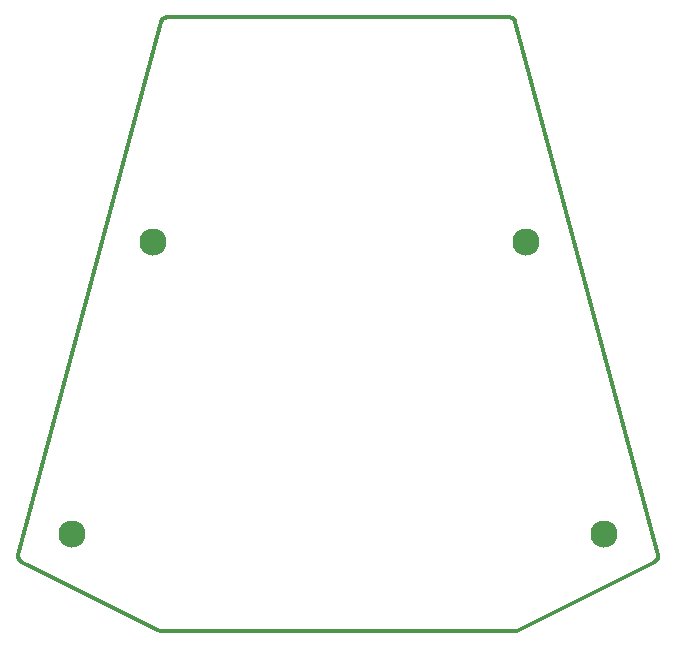
<source format=gbl>
%TF.GenerationSoftware,KiCad,Pcbnew,(6.0.6)*%
%TF.CreationDate,2022-07-30T19:54:54+09:00*%
%TF.ProjectId,pcb_promicro_plate,7063625f-7072-46f6-9d69-63726f5f706c,rev?*%
%TF.SameCoordinates,Original*%
%TF.FileFunction,Copper,L2,Bot*%
%TF.FilePolarity,Positive*%
%FSLAX46Y46*%
G04 Gerber Fmt 4.6, Leading zero omitted, Abs format (unit mm)*
G04 Created by KiCad (PCBNEW (6.0.6)) date 2022-07-30 19:54:54*
%MOMM*%
%LPD*%
G01*
G04 APERTURE LIST*
%TA.AperFunction,Profile*%
%ADD10C,0.349999*%
%TD*%
%TA.AperFunction,ComponentPad*%
%ADD11C,2.300000*%
%TD*%
%ADD12C,0.350000*%
G04 APERTURE END LIST*
D10*
X65430922Y-76536269D02*
X65400408Y-76565938D01*
X23979829Y-30558346D02*
X23979829Y-30558346D01*
X23502503Y-30909433D02*
X23509173Y-30889505D01*
X11391991Y-76106323D02*
X11396272Y-76084812D01*
X23588880Y-30746577D02*
X23601829Y-30731009D01*
X53455227Y-30929768D02*
X55550911Y-38804961D01*
X11400305Y-76317877D02*
X11395469Y-76297411D01*
X65567455Y-76192206D02*
X65565701Y-76234730D01*
X11412505Y-76358030D02*
X11405988Y-76338092D01*
X53209144Y-30618118D02*
X53243856Y-30638675D01*
X23816916Y-30585581D02*
X23836341Y-30579326D01*
X11401531Y-76063343D02*
X11401531Y-76063343D01*
X65555573Y-76084766D02*
X65559856Y-76106277D01*
X11384825Y-76213572D02*
X11384399Y-76192251D01*
X65400408Y-76565938D02*
X65367174Y-76593115D01*
X11388383Y-76255833D02*
X11386157Y-76234775D01*
X23524832Y-30850929D02*
X23533779Y-30832313D01*
X53075767Y-30569183D02*
X53095789Y-30573856D01*
X23509173Y-30889505D02*
X23516623Y-30869999D01*
X11602320Y-76605729D02*
X11584712Y-76593143D01*
X65331315Y-76617587D02*
X65312431Y-76628742D01*
X23675100Y-30661928D02*
X23691315Y-30649974D01*
X65483409Y-76470306D02*
X65458620Y-76504321D01*
X23601829Y-30731009D02*
X23615374Y-30716004D01*
X11386157Y-76234775D02*
X11384825Y-76213572D01*
X53442688Y-30889485D02*
X53449359Y-30909412D01*
X23797821Y-30592604D02*
X23816916Y-30585581D01*
X52993201Y-30558793D02*
X53014173Y-30560114D01*
X11396272Y-76084812D02*
X11401531Y-76063343D01*
X11386312Y-76149363D02*
X11388675Y-76127848D01*
X53362979Y-30746567D02*
X53387010Y-30779327D01*
X53055477Y-30565325D02*
X53075767Y-30569183D01*
X23725144Y-30628054D02*
X23742717Y-30618119D01*
X23644169Y-30687746D02*
X23659377Y-30674524D01*
X21400946Y-38804961D02*
X23496633Y-30929768D01*
X53014173Y-30560114D02*
X53034939Y-30562296D01*
X65559856Y-76106277D02*
X65563174Y-76127803D01*
X65292927Y-76639141D02*
X53598289Y-82548344D01*
X11384890Y-76170839D02*
X11386312Y-76149363D01*
X23836341Y-30579326D02*
X23856076Y-30573854D01*
X11658962Y-76639164D02*
X11658962Y-76639164D01*
X23353568Y-82548344D02*
X11658962Y-76639164D01*
X53449359Y-30909412D02*
X53455231Y-30929745D01*
X23708004Y-30638677D02*
X23725144Y-30628054D01*
X23937696Y-30560110D02*
X23958669Y-30558789D01*
X53307690Y-30687740D02*
X53336484Y-30715996D01*
X23576546Y-30762692D02*
X23588880Y-30746577D01*
X53598289Y-82548344D02*
X53598289Y-82548344D01*
X11658962Y-76639164D02*
X11639457Y-76628766D01*
X65560371Y-76276677D02*
X65551560Y-76317834D01*
X65550312Y-76063297D02*
X65550312Y-76063297D01*
X53276759Y-30661924D02*
X53307690Y-30687740D01*
X65312431Y-76628742D02*
X65292927Y-76639141D01*
X11401531Y-76063343D02*
X21400946Y-38804961D01*
X53243856Y-30638675D02*
X53276759Y-30661924D01*
X11584712Y-76593143D02*
X11567760Y-76579881D01*
X23533779Y-30832313D02*
X23543445Y-30814165D01*
X21400946Y-38804961D02*
X21400946Y-38804961D01*
X23742717Y-30618119D02*
X23760701Y-30608888D01*
X52972042Y-30558350D02*
X52972042Y-30558350D01*
X53034939Y-30562296D02*
X53055477Y-30565325D01*
X23629494Y-30701577D02*
X23644169Y-30687746D01*
X11493259Y-76504356D02*
X11480494Y-76487594D01*
X11436945Y-76415913D02*
X11427996Y-76396967D01*
X55550911Y-38804961D02*
X55550911Y-38804961D01*
X65539363Y-76357988D02*
X65523875Y-76396927D01*
X11446682Y-76434476D02*
X11436945Y-76415913D01*
X11567760Y-76579881D02*
X11551477Y-76565969D01*
X23856076Y-30573854D02*
X23876099Y-30569180D01*
X11468468Y-76470343D02*
X11457193Y-76452628D01*
X53418080Y-30832297D02*
X53427028Y-30850912D01*
X11506752Y-76520601D02*
X11493259Y-76504356D01*
X11419845Y-76377664D02*
X11412505Y-76358030D01*
X23691315Y-30649974D02*
X23708004Y-30638677D01*
X38475929Y-30558350D02*
X38475929Y-30558350D01*
X53172786Y-30600379D02*
X53209144Y-30618118D01*
X65551560Y-76317834D02*
X65539363Y-76357988D01*
X53134947Y-30585583D02*
X53172786Y-30600379D01*
X53336484Y-30715996D02*
X53362979Y-30746567D01*
X38475929Y-82548344D02*
X38475929Y-82548344D01*
X65367174Y-76593115D02*
X65349567Y-76605703D01*
X11427996Y-76396967D02*
X11419845Y-76377664D01*
X23496633Y-30929768D02*
X23502503Y-30909433D01*
X65563174Y-76127803D02*
X65565539Y-76149317D01*
X23779075Y-30600378D02*
X23797821Y-30592604D01*
X55550911Y-38804961D02*
X65550312Y-76063297D01*
X23564849Y-30779339D02*
X23576546Y-30762692D01*
X53598289Y-82548344D02*
X38475929Y-82548344D01*
X11551477Y-76565969D02*
X11535873Y-76551434D01*
X65565539Y-76149317D02*
X65567455Y-76192206D01*
X53427028Y-30850912D02*
X53435238Y-30869980D01*
X11535873Y-76551434D02*
X11520961Y-76536302D01*
X23958669Y-30558789D02*
X23979829Y-30558346D01*
X11405988Y-76338092D02*
X11400305Y-76317877D01*
X23353568Y-82548344D02*
X23353568Y-82548344D01*
X11639457Y-76628766D02*
X11620573Y-76617613D01*
X11395469Y-76297411D02*
X11391490Y-76276721D01*
X53095789Y-30573856D02*
X53134947Y-30585583D01*
X38475929Y-30558350D02*
X52972042Y-30558350D01*
X53435238Y-30869980D02*
X53442688Y-30889485D01*
X23615374Y-30716004D02*
X23629494Y-30701577D01*
X65523875Y-76396927D02*
X65505192Y-76434437D01*
X23553808Y-30796502D02*
X23564849Y-30779339D01*
X65505192Y-76434437D02*
X65483409Y-76470306D01*
X23659377Y-30674524D02*
X23675100Y-30661928D01*
X11620573Y-76617613D02*
X11602320Y-76605729D01*
X53408414Y-30814151D02*
X53418080Y-30832297D01*
X11391490Y-76276721D02*
X11388383Y-76255833D01*
X23916929Y-30562293D02*
X23937696Y-30560110D01*
X23979829Y-30558346D02*
X38475929Y-30558350D01*
X65292927Y-76639141D02*
X65292927Y-76639141D01*
X23760701Y-30608888D02*
X23779075Y-30600378D01*
X23876099Y-30569180D02*
X23896390Y-30565322D01*
X11457193Y-76452628D02*
X11446682Y-76434476D01*
X11388675Y-76127848D02*
X11391991Y-76106323D01*
X65565701Y-76234730D02*
X65560371Y-76276677D01*
X65550312Y-76063297D02*
X65555573Y-76084766D01*
X53387010Y-30779327D02*
X53408414Y-30814151D01*
X23543445Y-30814165D02*
X23553808Y-30796502D01*
X65349567Y-76605703D02*
X65331315Y-76617587D01*
X65458620Y-76504321D02*
X65430922Y-76536269D01*
X11480494Y-76487594D02*
X11468468Y-76470343D01*
X11520961Y-76536302D02*
X11506752Y-76520601D01*
X23516623Y-30869999D02*
X23524832Y-30850929D01*
X52972042Y-30558350D02*
X52993201Y-30558793D01*
X23496633Y-30929768D02*
X23496633Y-30929768D01*
X38475929Y-82548344D02*
X23353568Y-82548344D01*
X11384399Y-76192251D02*
X11384890Y-76170839D01*
X23896390Y-30565322D02*
X23916929Y-30562293D01*
D11*
%TO.P,H1,1,1*%
%TO.N,GND*%
X54356000Y-49606200D03*
%TD*%
%TO.P,H4,1,1*%
%TO.N,GND*%
X15976600Y-74320400D03*
%TD*%
%TO.P,H2,1,1*%
%TO.N,GND*%
X60960000Y-74320400D03*
%TD*%
%TO.P,H3,1,1*%
%TO.N,GND*%
X22758400Y-49555400D03*
%TD*%
D12*
X54356000Y-49606200D03*
X15976600Y-74320400D03*
X60960000Y-74320400D03*
X22758400Y-49555400D03*
M02*

</source>
